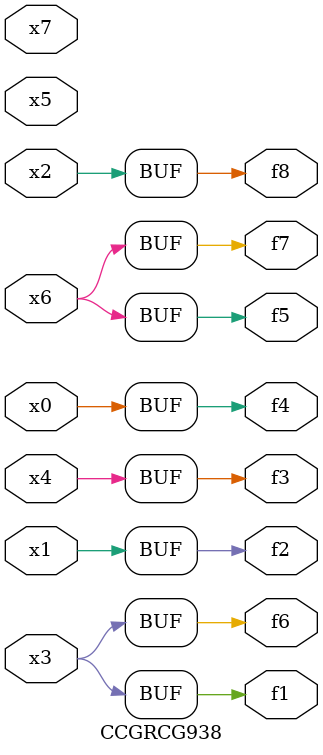
<source format=v>
module CCGRCG938(
	input x0, x1, x2, x3, x4, x5, x6, x7,
	output f1, f2, f3, f4, f5, f6, f7, f8
);
	assign f1 = x3;
	assign f2 = x1;
	assign f3 = x4;
	assign f4 = x0;
	assign f5 = x6;
	assign f6 = x3;
	assign f7 = x6;
	assign f8 = x2;
endmodule

</source>
